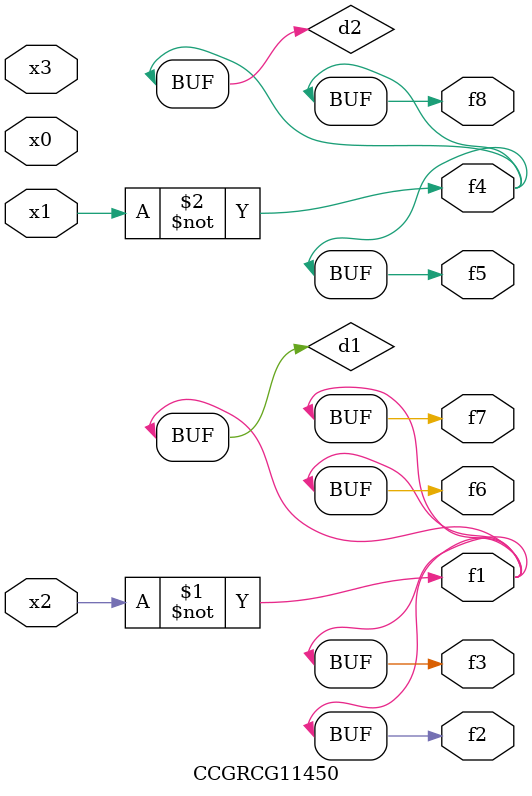
<source format=v>
module CCGRCG11450(
	input x0, x1, x2, x3,
	output f1, f2, f3, f4, f5, f6, f7, f8
);

	wire d1, d2;

	xnor (d1, x2);
	not (d2, x1);
	assign f1 = d1;
	assign f2 = d1;
	assign f3 = d1;
	assign f4 = d2;
	assign f5 = d2;
	assign f6 = d1;
	assign f7 = d1;
	assign f8 = d2;
endmodule

</source>
